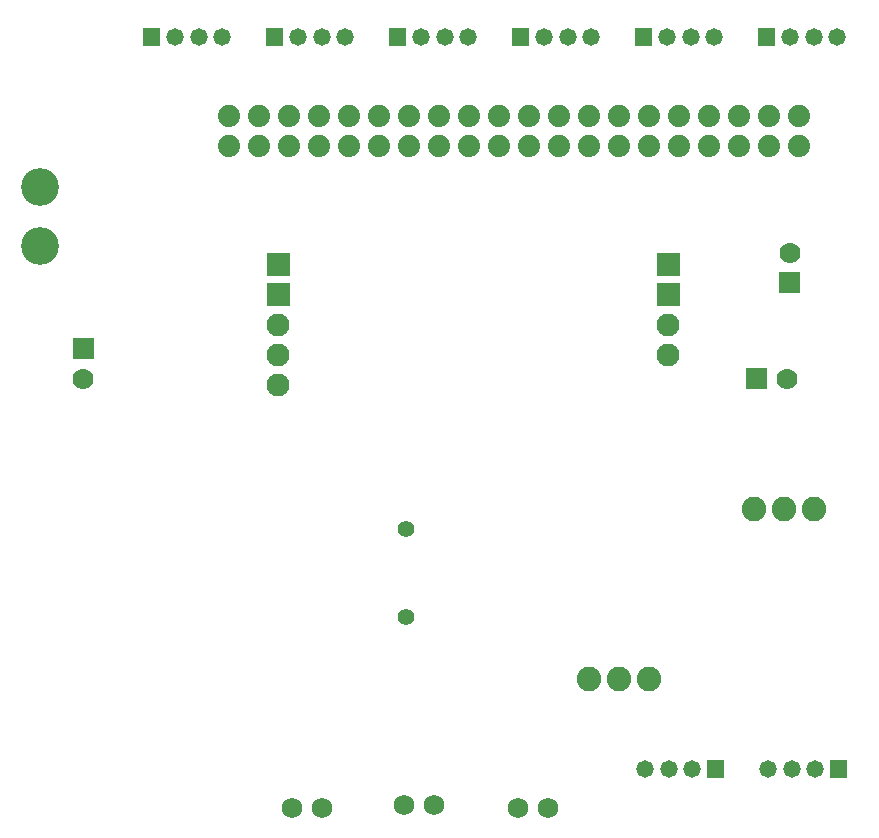
<source format=gbs>
G04 Layer: BottomSolderMaskLayer*
G04 EasyEDA v6.2.46, 2019-11-12T10:27:12+01:00*
G04 201d7097f1e54f75af69d8895503a090,f684c74a6e3d460ab4b866ead519826c,10*
G04 Gerber Generator version 0.2*
G04 Scale: 100 percent, Rotated: No, Reflected: No *
G04 Dimensions in inches *
G04 leading zeros omitted , absolute positions ,2 integer and 4 decimal *
%FSLAX24Y24*%
%MOIN*%
G90*
G70D02*

%ADD65C,0.055244*%
%ADD71C,0.058000*%
%ADD74C,0.082000*%
%ADD78C,0.070000*%
%ADD79C,0.126110*%
%ADD81C,0.068000*%
%ADD83C,0.076898*%
%ADD84C,0.074000*%

%LPD*%
G54D65*
G01X14900Y12150D03*
G01X14900Y9200D03*
G36*
G01X26630Y28250D02*
G01X26630Y28830D01*
G01X27210Y28830D01*
G01X27210Y28250D01*
G01X26630Y28250D01*
G37*
G54D71*
G01X27710Y28540D03*
G01X28489Y28540D03*
G01X29280Y28540D03*
G36*
G01X22530Y28250D02*
G01X22530Y28830D01*
G01X23110Y28830D01*
G01X23110Y28250D01*
G01X22530Y28250D01*
G37*
G01X23610Y28540D03*
G01X24389Y28540D03*
G01X25180Y28540D03*
G36*
G01X18430Y28250D02*
G01X18430Y28830D01*
G01X19010Y28830D01*
G01X19010Y28250D01*
G01X18430Y28250D01*
G37*
G01X19510Y28540D03*
G01X20289Y28540D03*
G01X21080Y28540D03*
G36*
G01X14330Y28250D02*
G01X14330Y28830D01*
G01X14909Y28830D01*
G01X14909Y28250D01*
G01X14330Y28250D01*
G37*
G01X15409Y28540D03*
G01X16190Y28540D03*
G01X16980Y28540D03*
G36*
G01X10230Y28250D02*
G01X10230Y28830D01*
G01X10809Y28830D01*
G01X10809Y28250D01*
G01X10230Y28250D01*
G37*
G01X11309Y28540D03*
G01X12090Y28540D03*
G01X12880Y28540D03*
G36*
G01X6130Y28250D02*
G01X6130Y28830D01*
G01X6709Y28830D01*
G01X6709Y28250D01*
G01X6130Y28250D01*
G37*
G01X7209Y28540D03*
G01X7990Y28540D03*
G01X8780Y28540D03*
G54D74*
G01X21000Y7140D03*
G01X22000Y7140D03*
G01X23000Y7140D03*
G36*
G01X27350Y19990D02*
G01X27350Y20690D01*
G01X28050Y20690D01*
G01X28050Y19990D01*
G01X27350Y19990D01*
G37*
G54D78*
G01X27700Y21340D03*
G54D79*
G01X2700Y23524D03*
G01X2700Y21555D03*
G54D81*
G01X18650Y2840D03*
G01X19650Y2840D03*
G01X11100Y2840D03*
G01X12100Y2840D03*
G01X14850Y2940D03*
G01X15850Y2940D03*
G36*
G01X26250Y16790D02*
G01X26250Y17490D01*
G01X26950Y17490D01*
G01X26950Y16790D01*
G01X26250Y16790D01*
G37*
G54D78*
G01X27600Y17140D03*
G36*
G01X29039Y3850D02*
G01X29039Y4430D01*
G01X29619Y4430D01*
G01X29619Y3850D01*
G01X29039Y3850D01*
G37*
G54D71*
G01X28539Y4140D03*
G01X27760Y4140D03*
G01X26969Y4140D03*
G36*
G01X24939Y3850D02*
G01X24939Y4430D01*
G01X25519Y4430D01*
G01X25519Y3850D01*
G01X24939Y3850D01*
G37*
G01X24439Y4140D03*
G01X23660Y4140D03*
G01X22869Y4140D03*
G36*
G01X3800Y17790D02*
G01X3800Y18490D01*
G01X4500Y18490D01*
G01X4500Y17790D01*
G01X3800Y17790D01*
G37*
G54D78*
G01X4150Y17140D03*
G54D74*
G01X26500Y12792D03*
G01X27500Y12792D03*
G01X28500Y12792D03*
G36*
G01X23265Y19555D02*
G01X23265Y20324D01*
G01X24034Y20324D01*
G01X24034Y19555D01*
G01X23265Y19555D01*
G37*
G36*
G01X23265Y20555D02*
G01X23265Y21324D01*
G01X24034Y21324D01*
G01X24034Y20555D01*
G01X23265Y20555D01*
G37*
G54D83*
G01X10650Y18940D03*
G36*
G01X10265Y20555D02*
G01X10265Y21324D01*
G01X11034Y21324D01*
G01X11034Y20555D01*
G01X10265Y20555D01*
G37*
G36*
G01X10265Y19555D02*
G01X10265Y20324D01*
G01X11034Y20324D01*
G01X11034Y19555D01*
G01X10265Y19555D01*
G37*
G01X10650Y17940D03*
G01X10650Y16940D03*
G01X23650Y18940D03*
G01X23650Y17940D03*
G54D84*
G01X28000Y25888D03*
G01X28000Y24888D03*
G01X27000Y25888D03*
G01X27000Y24888D03*
G01X26000Y25888D03*
G01X26000Y24888D03*
G01X25000Y25888D03*
G01X25000Y24888D03*
G01X24000Y25888D03*
G01X24000Y24888D03*
G01X23000Y25888D03*
G01X23000Y24888D03*
G01X22000Y25888D03*
G01X22000Y24888D03*
G01X21000Y25888D03*
G01X21000Y24888D03*
G01X20000Y25888D03*
G01X20000Y24888D03*
G01X19000Y25888D03*
G01X19000Y24888D03*
G01X18000Y25888D03*
G01X18000Y24888D03*
G01X17000Y25888D03*
G01X17000Y24888D03*
G01X16000Y25888D03*
G01X16000Y24888D03*
G01X15000Y25888D03*
G01X15000Y24888D03*
G01X14000Y25888D03*
G01X14000Y24888D03*
G01X13000Y25888D03*
G01X13000Y24888D03*
G01X12000Y25888D03*
G01X12000Y24888D03*
G01X11000Y25888D03*
G01X11000Y24888D03*
G01X10000Y25888D03*
G01X10000Y24888D03*
G01X9000Y25888D03*
G01X9000Y24888D03*
M00*
M02*

</source>
